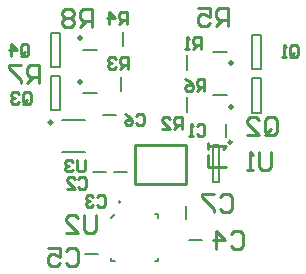
<source format=gbo>
G04 Layer_Color=32896*
%FSLAX44Y44*%
%MOMM*%
G71*
G01*
G75*
%ADD14C,0.5000*%
%ADD15C,0.3000*%
%ADD31C,0.2000*%
%ADD33C,0.2540*%
%ADD48C,0.2500*%
%ADD49C,0.0000*%
%ADD50C,0.1270*%
%ADD51C,0.2560*%
D14*
X196728Y193575D02*
X196680Y193622D01*
X196728Y193670D01*
X196775Y193622D01*
X196728Y193575D01*
Y156745D02*
X196680Y156792D01*
X196728Y156840D01*
X196775Y156792D01*
X196728Y156745D01*
X68952Y177855D02*
X69000Y177808D01*
X68952Y177760D01*
X68905Y177808D01*
X68952Y177855D01*
Y214685D02*
X69000Y214638D01*
X68952Y214590D01*
X68905Y214638D01*
X68952Y214685D01*
D15*
X44750Y143500D02*
G03*
X44750Y143500I-1000J0D01*
G01*
D31*
X70960Y205090D02*
X82960D01*
X181450Y203170D02*
X193450D01*
X159510Y188280D02*
Y200280D01*
X181450Y166340D02*
X193450D01*
X159510Y152720D02*
Y164720D01*
X181140Y93070D02*
Y124070D01*
X186140Y93070D02*
Y124070D01*
X181140Y93070D02*
X186140D01*
X181140Y124070D02*
X186140D01*
X192000Y131500D02*
Y142500D01*
X79670Y101690D02*
X90670D01*
X97450D02*
X108450D01*
X70960Y168260D02*
X82960D01*
X103630Y169880D02*
Y181880D01*
X104900Y207980D02*
Y219980D01*
X135000Y26000D02*
Y29000D01*
X132000Y26000D02*
X135000D01*
X132000Y66000D02*
X135000D01*
Y63000D02*
Y66000D01*
X95000Y26000D02*
X98000D01*
X95000D02*
Y29000D01*
Y63000D02*
X98000Y66000D01*
X72500Y32000D02*
X83500D01*
X160500Y44000D02*
X171500D01*
X158000Y61500D02*
Y72500D01*
X88500Y150000D02*
X99500D01*
D33*
X167335Y140331D02*
X169002Y141997D01*
X172334D01*
X174000Y140331D01*
Y133666D01*
X172334Y132000D01*
X169002D01*
X167335Y133666D01*
X164003Y132000D02*
X160671D01*
X162337D01*
Y141997D01*
X164003Y140331D01*
X67336Y95331D02*
X69002Y96997D01*
X72334D01*
X74000Y95331D01*
Y88666D01*
X72334Y87000D01*
X69002D01*
X67336Y88666D01*
X57339Y87000D02*
X64003D01*
X57339Y93665D01*
Y95331D01*
X59005Y96997D01*
X62337D01*
X64003Y95331D01*
X83336Y80331D02*
X85002Y81997D01*
X88334D01*
X90000Y80331D01*
Y73666D01*
X88334Y72000D01*
X85002D01*
X83336Y73666D01*
X80003Y80331D02*
X78337Y81997D01*
X75005D01*
X73339Y80331D01*
Y78664D01*
X75005Y76998D01*
X76671D01*
X75005D01*
X73339Y75332D01*
Y73666D01*
X75005Y72000D01*
X78337D01*
X80003Y73666D01*
X191814Y105425D02*
X176579D01*
Y115582D01*
Y120660D02*
Y125738D01*
Y123199D01*
X191814D01*
X189275Y120660D01*
X246336Y200666D02*
Y207331D01*
X248002Y208997D01*
X251334D01*
X253000Y207331D01*
Y200666D01*
X251334Y199000D01*
X248002D01*
X249668Y202332D02*
X246336Y199000D01*
X248002D02*
X246336Y200666D01*
X243003Y199000D02*
X239671D01*
X241337D01*
Y208997D01*
X243003Y207331D01*
X224843Y135539D02*
Y145696D01*
X227383Y148235D01*
X232461D01*
X235000Y145696D01*
Y135539D01*
X232461Y133000D01*
X227383D01*
X229922Y138078D02*
X224843Y133000D01*
X227383D02*
X224843Y135539D01*
X209608Y133000D02*
X219765D01*
X209608Y143157D01*
Y145696D01*
X212147Y148235D01*
X217226D01*
X219765Y145696D01*
X20336Y160666D02*
Y167331D01*
X22002Y168997D01*
X25334D01*
X27000Y167331D01*
Y160666D01*
X25334Y159000D01*
X22002D01*
X23668Y162332D02*
X20336Y159000D01*
X22002D02*
X20336Y160666D01*
X17003Y167331D02*
X15337Y168997D01*
X12005D01*
X10339Y167331D01*
Y165665D01*
X12005Y163998D01*
X13671D01*
X12005D01*
X10339Y162332D01*
Y160666D01*
X12005Y159000D01*
X15337D01*
X17003Y160666D01*
X18335Y201666D02*
Y208331D01*
X20002Y209997D01*
X23334D01*
X25000Y208331D01*
Y201666D01*
X23334Y200000D01*
X20002D01*
X21668Y203332D02*
X18335Y200000D01*
X20002D02*
X18335Y201666D01*
X10005Y200000D02*
Y209997D01*
X15003Y204998D01*
X8339D01*
X171000Y206000D02*
Y215997D01*
X166002D01*
X164335Y214331D01*
Y210998D01*
X166002Y209332D01*
X171000D01*
X167668D02*
X164335Y206000D01*
X161003D02*
X157671D01*
X159337D01*
Y215997D01*
X161003Y214331D01*
X155000Y138000D02*
Y147997D01*
X150002D01*
X148336Y146331D01*
Y142998D01*
X150002Y141332D01*
X155000D01*
X151668D02*
X148336Y138000D01*
X138339D02*
X145003D01*
X138339Y144664D01*
Y146331D01*
X140005Y147997D01*
X143337D01*
X145003Y146331D01*
X109000Y189000D02*
Y198997D01*
X104002D01*
X102336Y197331D01*
Y193998D01*
X104002Y192332D01*
X109000D01*
X105668D02*
X102336Y189000D01*
X99003Y197331D02*
X97337Y198997D01*
X94005D01*
X92339Y197331D01*
Y195665D01*
X94005Y193998D01*
X95671D01*
X94005D01*
X92339Y192332D01*
Y190666D01*
X94005Y189000D01*
X97337D01*
X99003Y190666D01*
X108000Y227000D02*
Y236997D01*
X103002D01*
X101335Y235331D01*
Y231998D01*
X103002Y230332D01*
X108000D01*
X104668D02*
X101335Y227000D01*
X93005D02*
Y236997D01*
X98003Y231998D01*
X91339D01*
X193864Y225350D02*
Y240585D01*
X186246D01*
X183707Y238045D01*
Y232967D01*
X186246Y230428D01*
X193864D01*
X188786D02*
X183707Y225350D01*
X168472Y240585D02*
X178629D01*
Y232967D01*
X173551Y235506D01*
X171011D01*
X168472Y232967D01*
Y227889D01*
X171011Y225350D01*
X176090D01*
X178629Y227889D01*
X174000Y170000D02*
Y179997D01*
X169002D01*
X167335Y178331D01*
Y174998D01*
X169002Y173332D01*
X174000D01*
X170668D02*
X167335Y170000D01*
X157339Y179997D02*
X160671Y178331D01*
X164003Y174998D01*
Y171666D01*
X162337Y170000D01*
X159005D01*
X157339Y171666D01*
Y173332D01*
X159005Y174998D01*
X164003D01*
X34000Y177000D02*
Y192235D01*
X26383D01*
X23843Y189696D01*
Y184618D01*
X26383Y182078D01*
X34000D01*
X28922D02*
X23843Y177000D01*
X18765Y192235D02*
X8608D01*
Y189696D01*
X18765Y179539D01*
Y177000D01*
X78653Y224377D02*
Y239612D01*
X71035D01*
X68496Y237073D01*
Y231994D01*
X71035Y229455D01*
X78653D01*
X73575D02*
X68496Y224377D01*
X63418Y237073D02*
X60879Y239612D01*
X55800D01*
X53261Y237073D01*
Y234533D01*
X55800Y231994D01*
X53261Y229455D01*
Y226916D01*
X55800Y224377D01*
X60879D01*
X63418Y226916D01*
Y229455D01*
X60879Y231994D01*
X63418Y234533D01*
Y237073D01*
X60879Y231994D02*
X55800D01*
X230000Y118235D02*
Y105539D01*
X227461Y103000D01*
X222383D01*
X219843Y105539D01*
Y118235D01*
X214765Y103000D02*
X209687D01*
X212226D01*
Y118235D01*
X214765Y115696D01*
X82000Y65235D02*
Y52539D01*
X79461Y50000D01*
X74383D01*
X71843Y52539D01*
Y65235D01*
X56608Y50000D02*
X66765D01*
X56608Y60157D01*
Y62696D01*
X59147Y65235D01*
X64226D01*
X66765Y62696D01*
X73000Y111997D02*
Y103666D01*
X71334Y102000D01*
X68002D01*
X66336Y103666D01*
Y111997D01*
X63003Y110331D02*
X61337Y111997D01*
X58005D01*
X56339Y110331D01*
Y108665D01*
X58005Y106998D01*
X59671D01*
X58005D01*
X56339Y105332D01*
Y103666D01*
X58005Y102000D01*
X61337D01*
X63003Y103666D01*
X196843Y48696D02*
X199382Y51235D01*
X204461D01*
X207000Y48696D01*
Y38539D01*
X204461Y36000D01*
X199382D01*
X196843Y38539D01*
X184147Y36000D02*
Y51235D01*
X191765Y43618D01*
X181608D01*
X56843Y34696D02*
X59383Y37235D01*
X64461D01*
X67000Y34696D01*
Y24539D01*
X64461Y22000D01*
X59383D01*
X56843Y24539D01*
X41608Y37235D02*
X51765D01*
Y29618D01*
X46687Y32157D01*
X44147D01*
X41608Y29618D01*
Y24539D01*
X44147Y22000D01*
X49226D01*
X51765Y24539D01*
X116335Y149331D02*
X118002Y150997D01*
X121334D01*
X123000Y149331D01*
Y142666D01*
X121334Y141000D01*
X118002D01*
X116335Y142666D01*
X106339Y150997D02*
X109671Y149331D01*
X113003Y145998D01*
Y142666D01*
X111337Y141000D01*
X108005D01*
X106339Y142666D01*
Y144332D01*
X108005Y145998D01*
X113003D01*
X186843Y80696D02*
X189382Y83235D01*
X194461D01*
X197000Y80696D01*
Y70539D01*
X194461Y68000D01*
X189382D01*
X186843Y70539D01*
X181765Y83235D02*
X171608D01*
Y80696D01*
X181765Y70539D01*
Y68000D01*
D48*
X196890Y126820D02*
G03*
X196890Y126820I-1250J0D01*
G01*
D49*
X103414Y76000D02*
G03*
X103414Y76000I-1414J0D01*
G01*
D50*
X214120Y188670D02*
Y217670D01*
X221740D01*
Y188670D02*
Y217670D01*
X214120Y188670D02*
X221740D01*
X214120Y151840D02*
Y180840D01*
X221740D01*
Y151840D02*
Y180840D01*
X214120Y151840D02*
X221740D01*
X51560Y153760D02*
Y182760D01*
X43940Y153760D02*
X51560D01*
X43940D02*
Y182760D01*
X51560D01*
Y190590D02*
Y219590D01*
X43940Y190590D02*
X51560D01*
X43940D02*
Y219590D01*
X51560D01*
X53000Y118500D02*
X73000D01*
X53000Y145500D02*
X73000D01*
D51*
X115000Y91000D02*
Y124000D01*
Y91000D02*
X158000D01*
Y124000D01*
X115000D02*
X158000D01*
M02*

</source>
